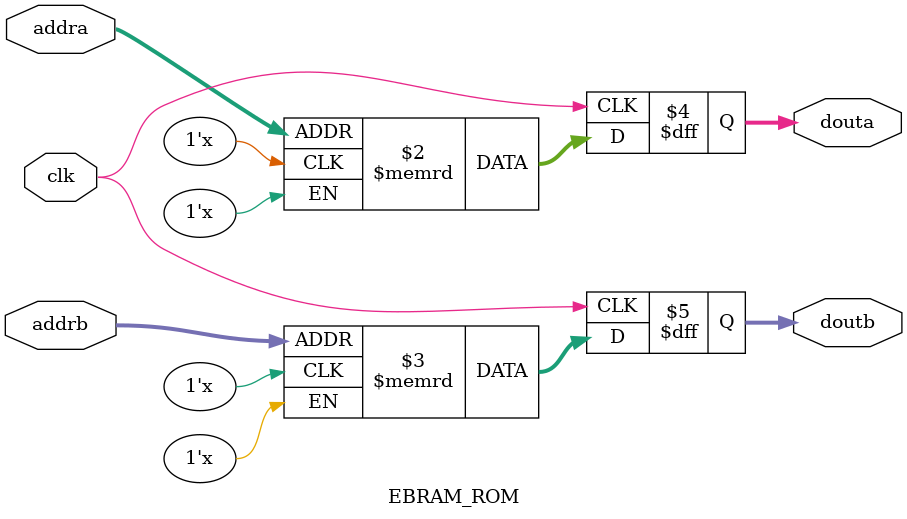
<source format=v>

/*
* Instruction ROM to be synthesized as EBRAM
*/
module EBRAM_ROM(
		clk, 
                addra, douta, addrb, doutb
		);
   parameter 
     DEPTH = 512,
     DEPTH_LOG = 9,
     WIDTH = 32;
   
   input wire clk;
   input wire [DEPTH_LOG-1:0] addra, addrb;
   output reg [WIDTH-1:0] 	 douta, doutb;

   reg [WIDTH-1:0] 	 ROM [DEPTH-1:0] /*verilator public*/;

   always @ (posedge clk) begin
	douta <= ROM[addra];
	doutb <= ROM[addrb];
   end
   
endmodule // BRAM_SSP

</source>
